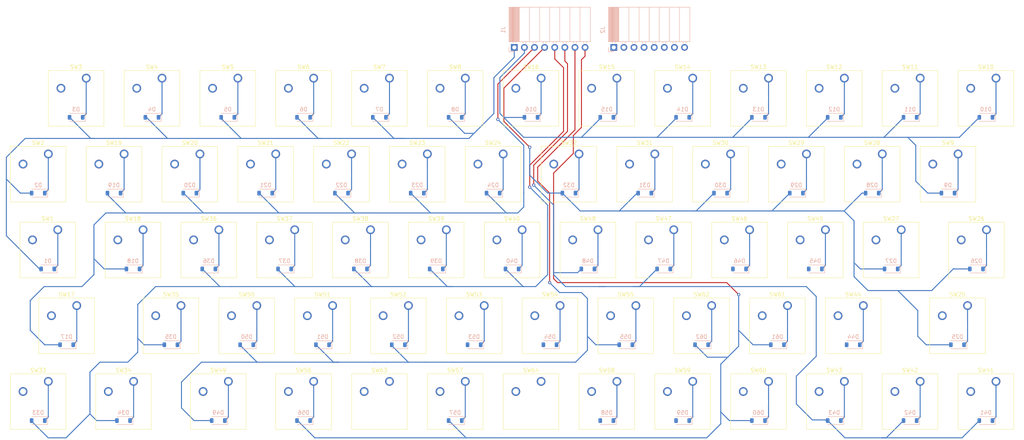
<source format=kicad_pcb>
(kicad_pcb (version 20221018) (generator pcbnew)

  (general
    (thickness 1.6)
  )

  (paper "A3")
  (layers
    (0 "F.Cu" signal)
    (31 "B.Cu" signal)
    (32 "B.Adhes" user "B.Adhesive")
    (33 "F.Adhes" user "F.Adhesive")
    (34 "B.Paste" user)
    (35 "F.Paste" user)
    (36 "B.SilkS" user "B.Silkscreen")
    (37 "F.SilkS" user "F.Silkscreen")
    (38 "B.Mask" user)
    (39 "F.Mask" user)
    (40 "Dwgs.User" user "User.Drawings")
    (41 "Cmts.User" user "User.Comments")
    (42 "Eco1.User" user "User.Eco1")
    (43 "Eco2.User" user "User.Eco2")
    (44 "Edge.Cuts" user)
    (45 "Margin" user)
    (46 "B.CrtYd" user "B.Courtyard")
    (47 "F.CrtYd" user "F.Courtyard")
    (48 "B.Fab" user)
    (49 "F.Fab" user)
    (50 "User.1" user)
    (51 "User.2" user)
    (52 "User.3" user)
    (53 "User.4" user)
    (54 "User.5" user)
    (55 "User.6" user)
    (56 "User.7" user)
    (57 "User.8" user)
    (58 "User.9" user)
  )

  (setup
    (pad_to_mask_clearance 0)
    (pcbplotparams
      (layerselection 0x00010fc_ffffffff)
      (plot_on_all_layers_selection 0x0000000_00000000)
      (disableapertmacros false)
      (usegerberextensions false)
      (usegerberattributes true)
      (usegerberadvancedattributes true)
      (creategerberjobfile true)
      (dashed_line_dash_ratio 12.000000)
      (dashed_line_gap_ratio 3.000000)
      (svgprecision 4)
      (plotframeref false)
      (viasonmask false)
      (mode 1)
      (useauxorigin false)
      (hpglpennumber 1)
      (hpglpenspeed 20)
      (hpglpendiameter 15.000000)
      (dxfpolygonmode true)
      (dxfimperialunits true)
      (dxfusepcbnewfont true)
      (psnegative false)
      (psa4output false)
      (plotreference true)
      (plotvalue true)
      (plotinvisibletext false)
      (sketchpadsonfab false)
      (subtractmaskfromsilk false)
      (outputformat 1)
      (mirror false)
      (drillshape 1)
      (scaleselection 1)
      (outputdirectory "")
    )
  )

  (net 0 "")
  (net 1 "Net-(D1-K)")
  (net 2 "Net-(D1-A)")
  (net 3 "Net-(D2-K)")
  (net 4 "Net-(D3-K)")
  (net 5 "Net-(D4-K)")
  (net 6 "Net-(D5-K)")
  (net 7 "Net-(D6-K)")
  (net 8 "Net-(D7-K)")
  (net 9 "Net-(D8-K)")
  (net 10 "Net-(D9-K)")
  (net 11 "Net-(D10-A)")
  (net 12 "Net-(D10-K)")
  (net 13 "Net-(D11-K)")
  (net 14 "Net-(D12-K)")
  (net 15 "Net-(D13-K)")
  (net 16 "Net-(D14-K)")
  (net 17 "Net-(D15-K)")
  (net 18 "Net-(D16-K)")
  (net 19 "Net-(D17-K)")
  (net 20 "Net-(D17-A)")
  (net 21 "Net-(D18-K)")
  (net 22 "Net-(D19-K)")
  (net 23 "Net-(D20-K)")
  (net 24 "Net-(D21-K)")
  (net 25 "Net-(D22-K)")
  (net 26 "Net-(D23-K)")
  (net 27 "Net-(D24-K)")
  (net 28 "Net-(D25-K)")
  (net 29 "Net-(D25-A)")
  (net 30 "Net-(D26-K)")
  (net 31 "Net-(D27-K)")
  (net 32 "Net-(D28-K)")
  (net 33 "Net-(D29-K)")
  (net 34 "Net-(D30-K)")
  (net 35 "Net-(D31-K)")
  (net 36 "Net-(D32-K)")
  (net 37 "Net-(D33-K)")
  (net 38 "Net-(D33-A)")
  (net 39 "Net-(D34-K)")
  (net 40 "Net-(D35-K)")
  (net 41 "Net-(D36-K)")
  (net 42 "Net-(D37-K)")
  (net 43 "Net-(D38-K)")
  (net 44 "Net-(D39-K)")
  (net 45 "Net-(D40-K)")
  (net 46 "Net-(D41-K)")
  (net 47 "Net-(D41-A)")
  (net 48 "Net-(D42-K)")
  (net 49 "Net-(D43-K)")
  (net 50 "Net-(D44-K)")
  (net 51 "Net-(D45-K)")
  (net 52 "Net-(D46-K)")
  (net 53 "Net-(D47-K)")
  (net 54 "Net-(D48-K)")
  (net 55 "Net-(D49-K)")
  (net 56 "Net-(D49-A)")
  (net 57 "Net-(D50-K)")
  (net 58 "Net-(D51-K)")
  (net 59 "Net-(D52-K)")
  (net 60 "Net-(D53-K)")
  (net 61 "Net-(D54-K)")
  (net 62 "Net-(D55-K)")
  (net 63 "Net-(D56-K)")
  (net 64 "Net-(D56-A)")
  (net 65 "Net-(D57-K)")
  (net 66 "Net-(D58-K)")
  (net 67 "Net-(D59-K)")
  (net 68 "Net-(D60-K)")
  (net 69 "Net-(D61-K)")
  (net 70 "Net-(D62-K)")
  (net 71 "Net-(J2-Pin_1)")
  (net 72 "Net-(J2-Pin_2)")
  (net 73 "Net-(J2-Pin_3)")
  (net 74 "Net-(J2-Pin_4)")
  (net 75 "Net-(J2-Pin_5)")
  (net 76 "Net-(J2-Pin_6)")
  (net 77 "Net-(J2-Pin_7)")
  (net 78 "Net-(J2-Pin_8)")
  (net 79 "unconnected-(SW63-Pad1)")
  (net 80 "unconnected-(SW63-Pad2)")
  (net 81 "unconnected-(SW64-Pad1)")
  (net 82 "unconnected-(SW64-Pad2)")

  (footprint "Button_Switch_Keyboard:SW_Cherry_MX_1.00u_PCB" (layer "F.Cu") (at 205.26375 197.32625))

  (footprint "Button_Switch_Keyboard:SW_Cherry_MX_1.25u_PCB" (layer "F.Cu") (at 140.97 197.32625))

  (footprint "Button_Switch_Keyboard:SW_Cherry_MX_1.00u_PCB" (layer "F.Cu") (at 333.85125 159.22625))

  (footprint "Button_Switch_Keyboard:SW_Cherry_MX_1.75u_PCB" (layer "F.Cu") (at 350.52 178.27625))

  (footprint "Button_Switch_Keyboard:SW_Cherry_MX_1.00u_PCB" (layer "F.Cu") (at 243.36375 197.32625))

  (footprint "Button_Switch_Keyboard:SW_Cherry_MX_1.00u_PCB" (layer "F.Cu") (at 229.07625 178.27625))

  (footprint "Button_Switch_Keyboard:SW_Cherry_MX_1.00u_PCB" (layer "F.Cu") (at 214.78875 140.17625))

  (footprint "Button_Switch_Keyboard:SW_Cherry_MX_1.00u_PCB" (layer "F.Cu") (at 157.63875 140.17625))

  (footprint "Button_Switch_Keyboard:SW_Cherry_MX_1.00u_PCB" (layer "F.Cu") (at 167.16375 121.12625))

  (footprint "Button_Switch_Keyboard:SW_Cherry_MX_1.00u_PCB" (layer "F.Cu") (at 276.70125 159.22625))

  (footprint "Button_Switch_Keyboard:SW_Cherry_MX_1.00u_PCB" (layer "F.Cu") (at 286.22625 178.27625))

  (footprint "Button_Switch_Keyboard:SW_Cherry_MX_1.00u_PCB" (layer "F.Cu") (at 262.41375 197.32625))

  (footprint "Button_Switch_Keyboard:SW_Cherry_MX_1.00u_PCB" (layer "F.Cu") (at 252.88875 140.17625))

  (footprint "Button_Switch_Keyboard:SW_Cherry_MX_1.75u_PCB" (layer "F.Cu") (at 126.6825 178.27625))

  (footprint "Button_Switch_Keyboard:SW_Cherry_MX_1.00u_PCB" (layer "F.Cu") (at 248.12625 178.27625))

  (footprint "Button_Switch_Keyboard:SW_Cherry_MX_1.00u_PCB" (layer "F.Cu") (at 181.45125 159.22625))

  (footprint "Button_Switch_Keyboard:SW_Cherry_MX_1.25u_PCB" (layer "F.Cu") (at 355.2825 159.22625))

  (footprint "Button_Switch_Keyboard:SW_Cherry_MX_1.00u_PCB" (layer "F.Cu") (at 310.03875 140.17625))

  (footprint "Button_Switch_Keyboard:SW_Cherry_MX_1.00u_PCB" (layer "F.Cu") (at 233.83875 140.17625))

  (footprint "Button_Switch_Keyboard:SW_Cherry_MX_1.00u_PCB" (layer "F.Cu") (at 324.32625 178.27625))

  (footprint "Button_Switch_Keyboard:SW_Cherry_MX_1.00u_PCB" (layer "F.Cu") (at 143.35125 159.22625))

  (footprint "Button_Switch_Keyboard:SW_Cherry_MX_1.00u_PCB" (layer "F.Cu") (at 238.60125 159.22625))

  (footprint "Button_Switch_Keyboard:SW_Cherry_MX_1.00u_PCB" (layer "F.Cu") (at 210.02625 178.27625))

  (footprint "Button_Switch_Keyboard:SW_Cherry_MX_1.00u_PCB" (layer "F.Cu") (at 171.92625 178.27625))

  (footprint "Button_Switch_Keyboard:SW_Cherry_MX_1.00u_PCB" (layer "F.Cu") (at 319.56375 121.12625))

  (footprint "Button_Switch_Keyboard:SW_Cherry_MX_1.00u_PCB" (layer "F.Cu") (at 186.21375 121.12625))

  (footprint "Button_Switch_Keyboard:SW_Cherry_MX_1.00u_PCB" (layer "F.Cu") (at 357.66375 197.32625))

  (footprint "Button_Switch_Keyboard:SW_Cherry_MX_1.00u_PCB" (layer "F.Cu") (at 224.31375 121.12625))

  (footprint "Button_Switch_Keyboard:SW_Cherry_MX_1.00u_PCB" (layer "F.Cu") (at 205.26375 121.12625))

  (footprint "Button_Switch_Keyboard:SW_Cherry_MX_1.00u_PCB" (layer "F.Cu") (at 119.53875 140.17625))

  (footprint "Button_Switch_Keyboard:SW_Cherry_MX_1.00u_PCB" (layer "F.Cu") (at 267.17625 178.27625))

  (footprint "Button_Switch_Keyboard:SW_Cherry_MX_1.00u_PCB" (layer "F.Cu") (at 290.98875 140.17625))

  (footprint "Button_Switch_Keyboard:SW_Cherry_MX_1.00u_PCB" (layer "F.Cu") (at 129.06375 121.12625))

  (footprint "Button_Switch_Keyboard:SW_Cherry_MX_1.00u_PCB" (layer "F.Cu") (at 319.56375 197.32625))

  (footprint "Button_Switch_Keyboard:SW_Cherry_MX_1.00u_PCB" (layer "F.Cu") (at 300.51375 197.32625))

  (footprint "Button_Switch_Keyboard:SW_Cherry_MX_1.00u_PCB" (layer "F.Cu") (at 271.93875 140.17625))

  (footprint "Button_Switch_Keyboard:SW_Cherry_MX_1.00u_PCB" (layer "F.Cu") (at 314.80125 159.22625))

  (footprint "Button_Switch_Keyboard:SW_Cherry_MX_1.00u_PCB" (layer "F.Cu") (at 348.13875 140.17625))

  (footprint "Button_Switch_Keyboard:SW_Cherry_MX_1.00u_PCB" (layer "F.Cu") (at 257.65125 159.22625))

  (footprint "Button_Switch_Keyboard:SW_Cherry_MX_1.00u_PCB" (layer "F.Cu") (at 300.51375 121.12625))

  (footprint "Button_Switch_Keyboard:SW_Cherry_MX_1.00u_PCB" (layer "F.Cu") (at 186.21375 197.32625))

  (footprint "Button_Switch_Keyboard:SW_Cherry_MX_1.25u_PCB" (layer "F.Cu")
    (tstamp a18bf5f9-e788-40ba-a91b-8b2efda1b6be)
    (at 121.92 159.22625)
    (descr "Cherry MX keyswitch, 1.25u, PCB mount, http://cherryamericas.com/wp-content/uploads/2014/12/mx_cat.pdf")
    (tags "Cherry MX keyswitch 1.25u PCB")
    (property "Sheetfile" "xantronix-z32.kicad_sch")
    (property "Sheetname" "")
    (property "ki_description" "Push button switch, generic, two pins")
    (property "ki_keywords" "switch normally-open pushbutton push-button")
    (path "/e76b9ee1-537d-4bb2-9fff-78ac2d601e07")
    (attr through_hole)
    (fp_text reference "SW1" (at -2.54 -2.794) (layer "F.SilkS")
        (effects (font (size 1 1) (thickness 0.15)))
      (tstamp 988b5319-14e2-4359-ac6a-47497a8c684a)
    )
    (fp_text value "SW_Push" (at -2.54 12.954) (layer "F.Fab")
        (effects (font (size 1 1) (thickness 0.15)))
      (tstamp c92f2bee-9db2-41b7-b81e-c0d25e6d89fc)
    )
    (fp_text user "${REFERENCE}" (at -2.54 -2.794) (layer "F.Fab")
        (effects (font (size 1 1) (thickness 0.15)))
      (tstamp 96fcb291-c433-4814-a3cf-a51eefbe09fd)
    )
    (fp_line (start -9.525 -1.905) (end 4.445 -1.905)
      (stroke (width 0.12) (type solid)) (layer "F.SilkS") (tstamp ea20c24e-61ef-41f6-88e3-7b6c070ddc32))
    (fp_line (start -9.525 12.065) (end -9.525 -1.905)
      (stroke (width 0.12) (type solid)) (layer "F.SilkS") (tstamp 5fa4a84d-75ae-4d2d-ad9e-48ce7698578c))
    (fp_line (start 4.445 -1.905) (end 4.445 12.065)
      (stroke (width 0.12) (type solid)) (layer "F.SilkS") (tstamp 66253bf2-e5b4-427d-8b4a-3b8b468bbcec))
    (fp_line (start 4.445 12.065) (end -9.525 12.065)
      (stroke (width 0.12) (type solid)) (layer "F.SilkS") (tstamp 9312d933-0465-43c2-a620-93c215eef9e7))
    (fp_line (start -14.44625 -4.445) (end 9.36625 -4.445)
      (stroke (width 0.15) (type solid)) (layer "Dwgs.User") (tstamp 7d01491d-09be-4a67-bcf0-116981247fee))
    (fp_line (start -14.44625 14.605) (end -14.44625 -4.445)
      (stroke (width 0.15) (type solid)) (layer "Dwgs.User") (tstamp e12cde89-d355-4d0b-9b41-59df053b810f))
    (fp_line (start 9.36625 -4.445) (end 9.36625 14.605)
      (stroke (width 0.15) (type solid)) (layer "Dwgs.User") (tstamp fff3cb0e-84d3-452d-b8d2-cb9899878e97))
    (fp_line (start 9.36625 14.605) (end -14.44625 14.605)
      (stroke (width 0.15) (type solid)) (layer "Dwgs.User") (tstamp 83232cba-482f-4edd
... [464523 chars truncated]
</source>
